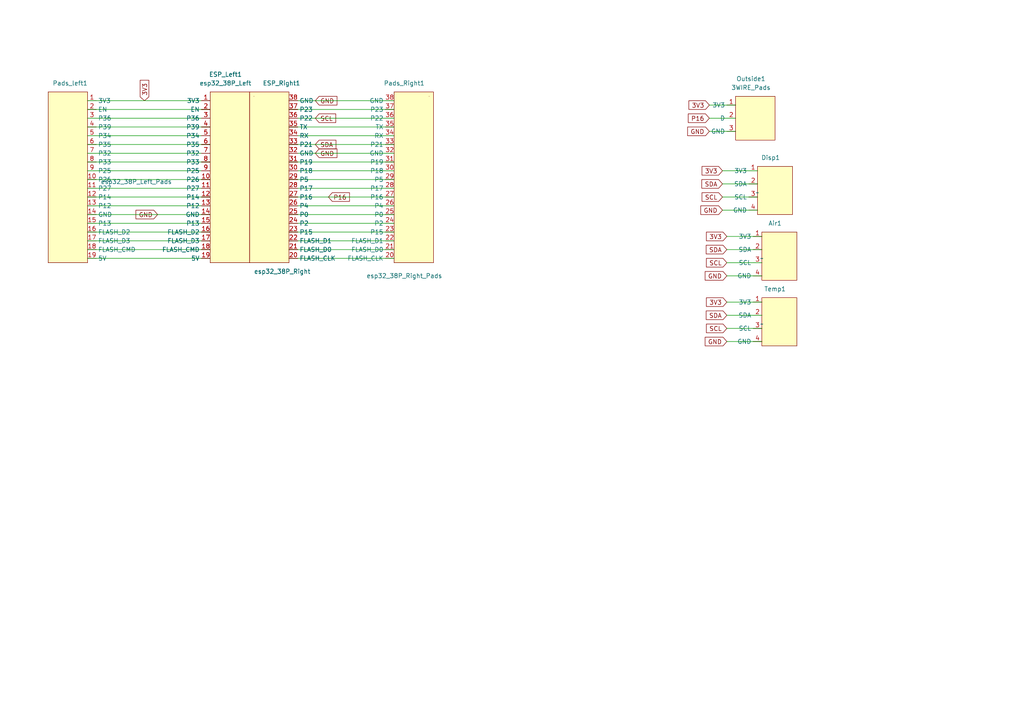
<source format=kicad_sch>
(kicad_sch (version 20230121) (generator eeschema)
  (paper "A4")
  (lib_symbols
    (symbol "esp32_devboards:3WIRE_Pads"
      (property "Reference" "U" (at 0 0 0))
      (property "Value" "3WIRE_Pads" (at 0 -6.35 0))
      (symbol "3WIRE_Pads_1_1"
        (rectangle (start 0 8.89) (end 11.43 -3.81) (fill (type background)))
        (pin power_in line (at 0 6.35 180) (length 2.54) (name "3V3") (number "1"))
        (pin bidirectional line (at 0 2.54 180) (length 2.54) (name "D") (number "2"))
        (pin power_in line (at 0 -1.27 180) (length 2.54) (name "GND") (number "3"))
      )
    )
    (symbol "esp32_devboards:I2C_Pads"
      (property "Reference" "U" (at 0 0 0))
      (symbol "I2C_Pads_1_1"
        (rectangle (start 0 7.62) (end 10.16 -6.35) (fill (type background)))
        (pin power_in line (at 0 6.35 180) (length 2.54) (name "3V3") (number "1"))
        (pin bidirectional line (at 0 2.54 180) (length 2.54) (name "SDA") (number "2"))
        (pin bidirectional line (at 0 -1.27 180) (length 2.54) (name "SCL") (number "3"))
        (pin power_in line (at 0 -5.08 180) (length 2.54) (name "GND") (number "4"))
      )
    )
    (symbol "esp32_devboards:esp32_38P_Left"
      (property "Reference" "U" (at 8.89 5.08 0))
      (property "Value" "esp32_38P_Left" (at 8.89 5.08 0))
      (symbol "esp32_38P_Left_1_1"
        (rectangle (start -11.43 26.67) (end 0 -22.86) (fill (type background)))
        (pin power_in line (at -11.43 24.13 180) (length 2.54) (name "3V3") (number "1"))
        (pin bidirectional line (at -11.43 1.27 180) (length 2.54) (name "P26") (number "10"))
        (pin bidirectional line (at -11.43 -1.27 180) (length 2.54) (name "P27") (number "11"))
        (pin bidirectional line (at -11.43 -3.81 180) (length 2.54) (name "P14") (number "12"))
        (pin bidirectional line (at -11.43 -6.35 180) (length 2.54) (name "P12") (number "13"))
        (pin power_in line (at -11.43 -8.89 180) (length 2.54) (name "GND") (number "14"))
        (pin bidirectional line (at -11.43 -11.43 180) (length 2.54) (name "P13") (number "15"))
        (pin bidirectional line (at -11.43 -13.97 180) (length 2.54) (name "FLASH_D2") (number "16"))
        (pin bidirectional line (at -11.43 -16.51 180) (length 2.54) (name "FLASH_D3") (number "17"))
        (pin bidirectional line (at -11.43 -19.05 180) (length 2.54) (name "FLASH_CMD") (number "18"))
        (pin power_in line (at -11.43 -21.59 180) (length 2.54) (name "5V") (number "19"))
        (pin input line (at -11.43 21.59 180) (length 2.54) (name "EN") (number "2"))
        (pin input line (at -11.43 19.05 180) (length 2.54) (name "P36") (number "3"))
        (pin input line (at -11.43 16.51 180) (length 2.54) (name "P39") (number "4"))
        (pin bidirectional line (at -11.43 13.97 180) (length 2.54) (name "P34") (number "5"))
        (pin bidirectional line (at -11.43 11.43 180) (length 2.54) (name "P35") (number "6"))
        (pin bidirectional line (at -11.43 8.89 180) (length 2.54) (name "P32") (number "7"))
        (pin bidirectional line (at -11.43 6.35 180) (length 2.54) (name "P33") (number "8"))
        (pin bidirectional line (at -11.43 3.81 180) (length 2.54) (name "P25") (number "9"))
      )
    )
    (symbol "esp32_devboards:esp32_38P_Left_Pads"
      (property "Reference" "U" (at 8.89 5.08 0))
      (property "Value" "esp32_38P_Left_Pads" (at 8.89 5.08 0))
      (symbol "esp32_38P_Left_Pads_1_1"
        (rectangle (start -11.43 26.67) (end 0 -22.86) (fill (type background)))
        (pin power_in line (at -11.43 24.13 180) (length 2.54) (name "3V3") (number "1"))
        (pin bidirectional line (at -11.43 1.27 180) (length 2.54) (name "P26") (number "10"))
        (pin bidirectional line (at -11.43 -1.27 180) (length 2.54) (name "P27") (number "11"))
        (pin bidirectional line (at -11.43 -3.81 180) (length 2.54) (name "P14") (number "12"))
        (pin bidirectional line (at -11.43 -6.35 180) (length 2.54) (name "P12") (number "13"))
        (pin power_in line (at -11.43 -8.89 180) (length 2.54) (name "GND") (number "14"))
        (pin bidirectional line (at -11.43 -11.43 180) (length 2.54) (name "P13") (number "15"))
        (pin bidirectional line (at -11.43 -13.97 180) (length 2.54) (name "FLASH_D2") (number "16"))
        (pin bidirectional line (at -11.43 -16.51 180) (length 2.54) (name "FLASH_D3") (number "17"))
        (pin bidirectional line (at -11.43 -19.05 180) (length 2.54) (name "FLASH_CMD") (number "18"))
        (pin power_in line (at -11.43 -21.59 180) (length 2.54) (name "5V") (number "19"))
        (pin input line (at -11.43 21.59 180) (length 2.54) (name "EN") (number "2"))
        (pin input line (at -11.43 19.05 180) (length 2.54) (name "P36") (number "3"))
        (pin input line (at -11.43 16.51 180) (length 2.54) (name "P39") (number "4"))
        (pin bidirectional line (at -11.43 13.97 180) (length 2.54) (name "P34") (number "5"))
        (pin bidirectional line (at -11.43 11.43 180) (length 2.54) (name "P35") (number "6"))
        (pin bidirectional line (at -11.43 8.89 180) (length 2.54) (name "P32") (number "7"))
        (pin bidirectional line (at -11.43 6.35 180) (length 2.54) (name "P33") (number "8"))
        (pin bidirectional line (at -11.43 3.81 180) (length 2.54) (name "P25") (number "9"))
      )
    )
    (symbol "esp32_devboards:esp32_38P_Right"
      (property "Reference" "U" (at 8.89 5.08 0))
      (property "Value" "esp32_38P_Right" (at 8.89 5.08 0))
      (symbol "esp32_38P_Right_0_1"
        (rectangle (start 1.27 25.4) (end 1.27 25.4))
      )
      (symbol "esp32_38P_Right_1_1"
        (rectangle (start 0 26.67) (end 11.43 -22.86) (fill (type background)))
        (pin bidirectional line (at 11.43 -21.59 0) (length 2.54) (name "FLASH_CLK") (number "20"))
        (pin bidirectional line (at 11.43 -19.05 0) (length 2.54) (name "FLASH_D0") (number "21"))
        (pin bidirectional line (at 11.43 -16.51 0) (length 2.54) (name "FLASH_D1") (number "22"))
        (pin bidirectional line (at 11.43 -13.97 0) (length 2.54) (name "P15") (number "23"))
        (pin bidirectional line (at 11.43 -11.43 0) (length 2.54) (name "P2") (number "24"))
        (pin bidirectional line (at 11.43 -8.89 0) (length 2.54) (name "P0") (number "25"))
        (pin bidirectional line (at 11.43 -6.35 0) (length 2.54) (name "P4") (number "26"))
        (pin bidirectional line (at 11.43 -3.81 0) (length 2.54) (name "P16") (number "27"))
        (pin bidirectional line (at 11.43 -1.27 0) (length 2.54) (name "P17") (number "28"))
        (pin bidirectional line (at 11.43 1.27 0) (length 2.54) (name "P5") (number "29"))
        (pin bidirectional line (at 11.43 3.81 0) (length 2.54) (name "P18") (number "30"))
        (pin bidirectional line (at 11.43 6.35 0) (length 2.54) (name "P19") (number "31"))
        (pin power_in line (at 11.43 8.89 0) (length 2.54) (name "GND") (number "32"))
        (pin bidirectional line (at 11.43 11.43 0) (length 2.54) (name "P21") (number "33"))
        (pin bidirectional line (at 11.43 13.97 0) (length 2.54) (name "RX") (number "34"))
        (pin bidirectional line (at 11.43 16.51 0) (length 2.54) (name "TX") (number "35"))
        (pin bidirectional line (at 11.43 19.05 0) (length 2.54) (name "P22") (number "36"))
        (pin bidirectional line (at 11.43 21.59 0) (length 2.54) (name "P23") (number "37"))
        (pin power_in line (at 11.43 24.13 0) (length 2.54) (name "GND") (number "38"))
      )
    )
    (symbol "esp32_devboards:esp32_38P_Right_Pads"
      (property "Reference" "U" (at 8.89 5.08 0))
      (property "Value" "esp32_38P_Right_Pads" (at 8.89 5.08 0))
      (symbol "esp32_38P_Right_Pads_0_1"
        (rectangle (start 1.27 25.4) (end 1.27 25.4))
      )
      (symbol "esp32_38P_Right_Pads_1_1"
        (rectangle (start 0 26.67) (end 11.43 -22.86) (fill (type background)))
        (pin bidirectional line (at 11.43 -21.59 0) (length 2.54) (name "FLASH_CLK") (number "20"))
        (pin bidirectional line (at 11.43 -19.05 0) (length 2.54) (name "FLASH_D0") (number "21"))
        (pin bidirectional line (at 11.43 -16.51 0) (length 2.54) (name "FLASH_D1") (number "22"))
        (pin bidirectional line (at 11.43 -13.97 0) (length 2.54) (name "P15") (number "23"))
        (pin bidirectional line (at 11.43 -11.43 0) (length 2.54) (name "P2") (number "24"))
        (pin bidirectional line (at 11.43 -8.89 0) (length 2.54) (name "P0") (number "25"))
        (pin bidirectional line (at 11.43 -6.35 0) (length 2.54) (name "P4") (number "26"))
        (pin bidirectional line (at 11.43 -3.81 0) (length 2.54) (name "P16") (number "27"))
        (pin bidirectional line (at 11.43 -1.27 0) (length 2.54) (name "P17") (number "28"))
        (pin bidirectional line (at 11.43 1.27 0) (length 2.54) (name "P5") (number "29"))
        (pin bidirectional line (at 11.43 3.81 0) (length 2.54) (name "P18") (number "30"))
        (pin bidirectional line (at 11.43 6.35 0) (length 2.54) (name "P19") (number "31"))
        (pin power_in line (at 11.43 8.89 0) (length 2.54) (name "GND") (number "32"))
        (pin bidirectional line (at 11.43 11.43 0) (length 2.54) (name "P21") (number "33"))
        (pin bidirectional line (at 11.43 13.97 0) (length 2.54) (name "RX") (number "34"))
        (pin bidirectional line (at 11.43 16.51 0) (length 2.54) (name "TX") (number "35"))
        (pin bidirectional line (at 11.43 19.05 0) (length 2.54) (name "P22") (number "36"))
        (pin bidirectional line (at 11.43 21.59 0) (length 2.54) (name "P23") (number "37"))
        (pin power_in line (at 11.43 24.13 0) (length 2.54) (name "GND") (number "38"))
      )
    )
  )
  (wire (pts (xy 83.82 67.31) (xy 114.3 67.31)))
  (wire (pts (xy 83.82 29.21) (xy 114.3 29.21)))
  (wire (pts (xy 210.82 72.39) (xy 220.98 72.39)))
  (wire (pts (xy 83.82 72.39) (xy 114.3 72.39)))
  (wire (pts (xy 210.82 87.63) (xy 220.98 87.63)))
  (wire (pts (xy 83.82 31.75) (xy 114.3 31.75)))
  (wire (pts (xy 209.55 60.96) (xy 219.71 60.96)))
  (wire (pts (xy 83.82 59.69) (xy 114.3 59.69)))
  (wire (pts (xy 25.4 39.37) (xy 60.96 39.37)))
  (wire (pts (xy 25.4 31.75) (xy 60.96 31.75)))
  (wire (pts (xy 25.4 29.21) (xy 60.96 29.21)))
  (wire (pts (xy 25.4 57.15) (xy 60.96 57.15)))
  (wire (pts (xy 25.4 54.61) (xy 60.96 54.61)))
  (wire (pts (xy 25.4 62.23) (xy 60.96 62.23)))
  (wire (pts (xy 25.4 41.91) (xy 60.96 41.91)))
  (wire (pts (xy 83.82 69.85) (xy 114.3 69.85)))
  (wire (pts (xy 83.82 52.07) (xy 114.3 52.07)))
  (wire (pts (xy 25.4 72.39) (xy 60.96 72.39)))
  (wire (pts (xy 25.4 74.93) (xy 60.96 74.93)))
  (wire (pts (xy 83.82 64.77) (xy 114.3 64.77)))
  (wire (pts (xy 83.82 36.83) (xy 114.3 36.83)))
  (wire (pts (xy 25.4 49.53) (xy 60.96 49.53)))
  (wire (pts (xy 210.82 95.25) (xy 220.98 95.25)))
  (wire (pts (xy 83.82 57.15) (xy 114.3 57.15)))
  (wire (pts (xy 83.82 39.37) (xy 114.3 39.37)))
  (wire (pts (xy 210.82 91.44) (xy 220.98 91.44)))
  (wire (pts (xy 210.82 76.2) (xy 220.98 76.2)))
  (wire (pts (xy 25.4 69.85) (xy 60.96 69.85)))
  (wire (pts (xy 205.74 30.48) (xy 213.36 30.48)))
  (wire (pts (xy 25.4 34.29) (xy 60.96 34.29)))
  (wire (pts (xy 209.55 49.53) (xy 219.71 49.53)))
  (wire (pts (xy 83.82 49.53) (xy 114.3 49.53)))
  (wire (pts (xy 210.82 99.06) (xy 220.98 99.06)))
  (wire (pts (xy 83.82 46.99) (xy 114.3 46.99)))
  (wire (pts (xy 210.82 80.01) (xy 220.98 80.01)))
  (wire (pts (xy 25.4 64.77) (xy 60.96 64.77)))
  (wire (pts (xy 83.82 34.29) (xy 114.3 34.29)))
  (wire (pts (xy 209.55 53.34) (xy 219.71 53.34)))
  (wire (pts (xy 205.74 34.29) (xy 213.36 34.29)))
  (wire (pts (xy 25.4 67.31) (xy 60.96 67.31)))
  (wire (pts (xy 83.82 54.61) (xy 114.3 54.61)))
  (wire (pts (xy 209.55 57.15) (xy 219.71 57.15)))
  (wire (pts (xy 83.82 62.23) (xy 114.3 62.23)))
  (wire (pts (xy 83.82 41.91) (xy 114.3 41.91)))
  (wire (pts (xy 83.82 44.45) (xy 114.3 44.45)))
  (wire (pts (xy 210.82 68.58) (xy 220.98 68.58)))
  (wire (pts (xy 25.4 36.83) (xy 60.96 36.83)))
  (wire (pts (xy 25.4 44.45) (xy 60.96 44.45)))
  (wire (pts (xy 25.4 46.99) (xy 60.96 46.99)))
  (wire (pts (xy 25.4 52.07) (xy 60.96 52.07)))
  (wire (pts (xy 83.82 74.93) (xy 114.3 74.93)))
  (wire (pts (xy 205.74 38.1) (xy 213.36 38.1)))
  (wire (pts (xy 25.4 59.69) (xy 60.96 59.69)))
  (global_label "GND" (shape input) (at 45.72 62.23 180) (property "Intersheetrefs" "${INTERSHEET_REFS}" (effects hide)))
  (global_label "P16" (shape input) (at 205.74 34.29 180) (property "Intersheetrefs" "${INTERSHEET_REFS}" (effects hide)))
  (global_label "GND" (shape input) (at 91.44 29.21 0) (property "Intersheetrefs" "${INTERSHEET_REFS}" (effects hide)))
  (global_label "3V3" (shape input) (at 205.74 30.48 180) (property "Intersheetrefs" "${INTERSHEET_REFS}" (effects hide)))
  (global_label "GND" (shape input) (at 210.82 99.06 180) (property "Intersheetrefs" "${INTERSHEET_REFS}" (effects hide)))
  (global_label "SDA" (shape input) (at 210.82 72.39 180) (property "Intersheetrefs" "${INTERSHEET_REFS}" (effects hide)))
  (global_label "GND" (shape input) (at 91.44 44.45 0) (property "Intersheetrefs" "${INTERSHEET_REFS}" (effects hide)))
  (global_label "SCL" (shape input) (at 91.44 34.29 0) (property "Intersheetrefs" "${INTERSHEET_REFS}" (effects hide)))
  (global_label "SCL" (shape input) (at 210.82 76.2 180) (property "Intersheetrefs" "${INTERSHEET_REFS}" (effects hide)))
  (global_label "GND" (shape input) (at 210.82 80.01 180) (property "Intersheetrefs" "${INTERSHEET_REFS}" (effects hide)))
  (global_label "SDA" (shape input) (at 209.55 53.34 180) (property "Intersheetrefs" "${INTERSHEET_REFS}" (effects hide)))
  (global_label "SDA" (shape input) (at 210.82 91.44 180) (property "Intersheetrefs" "${INTERSHEET_REFS}" (effects hide)))
  (global_label "SCL" (shape input) (at 210.82 95.25 180) (property "Intersheetrefs" "${INTERSHEET_REFS}" (effects hide)))
  (global_label "GND" (shape input) (at 205.74 38.1 180) (property "Intersheetrefs" "${INTERSHEET_REFS}" (effects hide)))
  (global_label "3V3" (shape input) (at 210.82 87.63 180) (property "Intersheetrefs" "${INTERSHEET_REFS}" (effects hide)))
  (global_label "3V3" (shape input) (at 209.55 49.53 180) (property "Intersheetrefs" "${INTERSHEET_REFS}" (effects hide)))
  (global_label "3V3" (shape input) (at 41.91 29.21 90) (property "Intersheetrefs" "${INTERSHEET_REFS}" (effects hide)))
  (global_label "GND" (shape input) (at 209.55 60.96 180) (property "Intersheetrefs" "${INTERSHEET_REFS}" (effects hide)))
  (global_label "P16" (shape input) (at 95.25 57.15 0) (property "Intersheetrefs" "${INTERSHEET_REFS}" (effects hide)))
  (global_label "SCL" (shape input) (at 209.55 57.15 180) (property "Intersheetrefs" "${INTERSHEET_REFS}" (effects hide)))
  (global_label "SDA" (shape input) (at 91.44 41.91 0) (property "Intersheetrefs" "${INTERSHEET_REFS}" (effects hide)))
  (global_label "3V3" (shape input) (at 210.82 68.58 180) (property "Intersheetrefs" "${INTERSHEET_REFS}" (effects hide)))
  (symbol (lib_id "esp32_devboards:I2C_Pads") (at 219.71 55.88 0) (unit 1)
    (property "Reference" "Disp1" (at 223.52 45.72 0))
    (property "Value" "~" (at 219.71 55.88 0))
    (property "Footprint" "esp32_devboards:I2C_Pads" (effects hide))
  )
  (symbol (lib_id "esp32_devboards:esp32_38P_Right") (at 72.39 53.34 0) (unit 1)
    (property "Reference" "ESP_Right1" (at 76.2 24.13 0) (effects (justify left)))
    (property "Value" "esp32_38P_Right" (at 73.66 78.74 0) (effects (justify left)))
    (property "Footprint" "esp32_devboards:esp32_38P_right" (effects hide))
  )
  (symbol (lib_id "esp32_devboards:esp32_38P_Right_Pads") (at 125.73 53.34 0) (mirror y) (unit 1)
    (property "Reference" "Pads_Right1" (at 123.19 24.13 0) (effects (justify left)))
    (property "Value" "esp32_38P_Right_Pads" (at 128.27 80.01 0) (effects (justify left)))
    (property "Footprint" "esp32_devboards:esp32_38P_right_pads" (effects hide))
  )
  (symbol (lib_id "esp32_devboards:esp32_38P_Left_Pads") (at 13.97 53.34 0) (mirror y) (unit 1)
    (property "Reference" "Pads_left1" (at 15.24 24.13 0) (effects (justify right)))
    (property "Value" "esp32_38P_Left_Pads" (at 29.21 52.705 0) (effects (justify right)))
    (property "Footprint" "esp32_devboards:esp32_38P_left_Pads" (effects hide))
  )
  (symbol (lib_id "esp32_devboards:I2C_Pads") (at 220.98 74.93 0) (unit 1)
    (property "Reference" "Air1" (at 224.79 64.77 0))
    (property "Value" "~" (at 220.98 74.93 0))
    (property "Footprint" "esp32_devboards:I2C_Pads" (effects hide))
  )
  (symbol (lib_id "esp32_devboards:3WIRE_Pads") (at 213.36 36.83 0) (unit 1)
    (property "Reference" "Outside1" (at 217.805 22.86 0))
    (property "Value" "3WIRE_Pads" (at 217.805 25.4 0))
    (property "Footprint" "esp32_devboards:3WIRE_Pads" (effects hide))
  )
  (symbol (lib_id "esp32_devboards:esp32_38P_Left") (at 72.39 53.34 0) (unit 1)
    (property "Reference" "ESP_Left1" (at 65.405 21.59 0))
    (property "Value" "esp32_38P_Left" (at 65.405 24.13 0))
    (property "Footprint" "esp32_devboards:esp32_38P_left" (effects hide))
  )
  (symbol (lib_id "esp32_devboards:I2C_Pads") (at 220.98 93.98 0) (unit 1)
    (property "Reference" "Temp1" (at 224.79 83.82 0))
    (property "Value" "~" (at 220.98 93.98 0))
    (property "Footprint" "esp32_devboards:I2C_Pads" (effects hide))
  )
)
</source>
